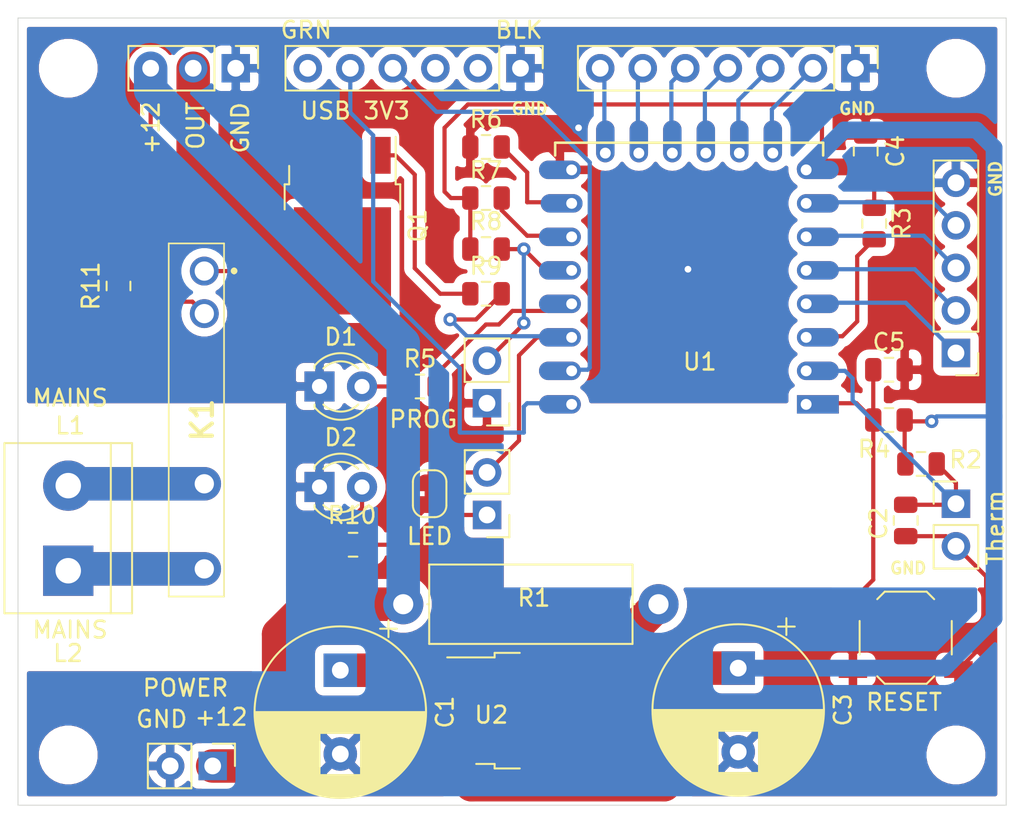
<source format=kicad_pcb>
(kicad_pcb (version 20171130) (host pcbnew 5.1.6-c6e7f7d~87~ubuntu18.04.1)
  (layers (0 F.Cu signal) (31 B.Cu signal) (34 B.Paste user) (35 F.Paste user) (36 B.SilkS user) (37 F.SilkS user) (38 B.Mask user) (39 F.Mask user) (44 Edge.Cuts user))
  (net 0 "")
  (net 1 GND)
  (net 2 "Net-(C1-Pad1)")
  (net 3 "Net-(C2-Pad1)")
  (net 4 +3V3)
  (net 5 "Net-(C5-Pad1)")
  (net 6 "Net-(D1-Pad2)")
  (net 7 "Net-(D2-Pad2)")
  (net 8 +12V)
  (net 9 "Net-(J3-Pad1)")
  (net 10 "Net-(J3-Pad2)")
  (net 11 "Net-(J3-Pad3)")
  (net 12 "Net-(J3-Pad4)")
  (net 13 "Net-(J4-Pad2)")
  (net 14 "Net-(J4-Pad3)")
  (net 15 "Net-(J4-Pad4)")
  (net 16 "Net-(J4-Pad5)")
  (net 17 "Net-(J4-Pad6)")
  (net 18 "Net-(J4-Pad7)")
  (net 19 "Net-(J5-Pad2)")
  (net 20 "Net-(J5-Pad3)")
  (net 21 "Net-(J5-Pad4)")
  (net 22 "Net-(J5-Pad5)")
  (net 23 "Net-(J5-Pad6)")
  (net 24 "Net-(J6-Pad2)")
  (net 25 "Net-(J8-Pad1)")
  (net 26 "Net-(J8-Pad2)")
  (net 27 "Net-(K1-Pad2)")
  (net 28 "Net-(R3-Pad2)")
  (net 29 "Net-(R5-Pad2)")
  (net 30 "Net-(R6-Pad2)")
  (net 31 "Net-(R7-Pad2)")
  (net 32 "Net-(Q1-Pad1)")
  (net 33 "Net-(J7-Pad2)")
  (net 34 "Net-(J9-Pad1)")
  (net 35 "Net-(J9-Pad2)")
  (module Capacitor_THT:CP_Radial_D10.0mm_P5.00mm (layer F.Cu) (at 39.243 170.942 270)
    (fp_text reference C1 (at 2.5 -6.25 90) (layer F.SilkS))
    (fp_text value 1000u)
    (pad 2 thru_hole circle (at 5 0 270) (size 2 2) (drill 1) (layers *.Cu *.Mask) (net 1 GND))
    (pad 1 thru_hole rect (at 0 0 270) (size 2 2) (drill 1) (layers *.Cu *.Mask) (net 2 "Net-(C1-Pad1)"))
  )
  (module Capacitor_SMD:C_0805_2012Metric (layer F.Cu) (at 73 162 270)
    (fp_text reference C2 (at 0.179 1.626 90) (layer F.SilkS))
    (fp_text value 1u)
    (pad 2 smd roundrect (at 0.9375 0 270) (size 0.975 1.4) (layers F.Cu F.Paste F.Mask) (net 1 GND))
    (pad 1 smd roundrect (at -0.9375 0 270) (size 0.975 1.4) (layers F.Cu F.Paste F.Mask) (net 3 "Net-(C2-Pad1)"))
  )
  (module Capacitor_THT:CP_Radial_D10.0mm_P5.00mm (layer F.Cu) (at 63 170.815 270)
    (fp_text reference C3 (at 2.5 -6.25 90) (layer F.SilkS))
    (fp_text value 1000u)
    (pad 1 thru_hole rect (at 0 0 270) (size 2 2) (drill 1) (layers *.Cu *.Mask) (net 4 +3V3))
    (pad 2 thru_hole circle (at 5 0 270) (size 2 2) (drill 1) (layers *.Cu *.Mask) (net 1 GND))
  )
  (module Capacitor_SMD:C_0805_2012Metric (layer F.Cu) (at 70.612 139.954 90)
    (fp_text reference C4 (at 0 1.778 90) (layer F.SilkS))
    (fp_text value 0.1u)
    (pad 1 smd roundrect (at -0.9375 0 90) (size 0.975 1.4) (layers F.Cu F.Paste F.Mask) (net 4 +3V3))
    (pad 2 smd roundrect (at 0.9375 0 90) (size 0.975 1.4) (layers F.Cu F.Paste F.Mask) (net 1 GND))
  )
  (module Capacitor_SMD:C_0805_2012Metric (layer F.Cu) (at 72 153)
    (fp_text reference C5 (at 0 -1.65) (layer F.SilkS))
    (fp_text value 0.1u)
    (pad 1 smd roundrect (at -0.9375 0) (size 0.975 1.4) (layers F.Cu F.Paste F.Mask) (net 5 "Net-(C5-Pad1)"))
    (pad 2 smd roundrect (at 0.9375 0) (size 0.975 1.4) (layers F.Cu F.Paste F.Mask) (net 1 GND))
  )
  (module LED_THT:LED_D3.0mm (layer F.Cu) (at 38 154)
    (fp_text reference D1 (at 1.27 -2.96) (layer F.SilkS))
    (fp_text value LED)
    (pad 2 thru_hole circle (at 2.54 0) (size 1.8 1.8) (drill 0.9) (layers *.Cu *.Mask) (net 6 "Net-(D1-Pad2)"))
    (pad 1 thru_hole rect (at 0 0) (size 1.8 1.8) (drill 0.9) (layers *.Cu *.Mask) (net 1 GND))
  )
  (module LED_THT:LED_D3.0mm (layer F.Cu) (at 38 160)
    (fp_text reference D2 (at 1.27 -2.96) (layer F.SilkS))
    (fp_text value LED)
    (pad 1 thru_hole rect (at 0 0) (size 1.8 1.8) (drill 0.9) (layers *.Cu *.Mask) (net 1 GND))
    (pad 2 thru_hole circle (at 2.54 0) (size 1.8 1.8) (drill 0.9) (layers *.Cu *.Mask) (net 7 "Net-(D2-Pad2)"))
  )
  (module Connector_PinHeader_2.54mm:PinHeader_1x02_P2.54mm_Vertical (layer F.Cu) (at 31.623 176.657 270)
    (fp_text reference J1 hide)
    (fp_text value PWR)
    (pad 2 thru_hole oval (at 0 2.54 270) (size 1.7 1.7) (drill 1) (layers *.Cu *.Mask) (net 1 GND))
    (pad 1 thru_hole rect (at 0 0 270) (size 1.7 1.7) (drill 1) (layers *.Cu *.Mask) (net 8 +12V))
  )
  (module Connector_PinHeader_2.54mm:PinHeader_1x02_P2.54mm_Vertical (layer F.Cu) (at 76 161)
    (fp_text reference J2 hide)
    (fp_text value thermistor)
    (pad 1 thru_hole rect (at 0 0) (size 1.7 1.7) (drill 1) (layers *.Cu *.Mask) (net 3 "Net-(C2-Pad1)"))
    (pad 2 thru_hole oval (at 0 2.54) (size 1.7 1.7) (drill 1) (layers *.Cu *.Mask) (net 1 GND))
  )
  (module Connector_PinHeader_2.54mm:PinHeader_1x05_P2.54mm_Vertical (layer F.Cu) (at 76 152 180)
    (fp_text reference J3 hide)
    (fp_text value Aux1)
    (pad 1 thru_hole rect (at 0 0 180) (size 1.7 1.7) (drill 1) (layers *.Cu *.Mask) (net 9 "Net-(J3-Pad1)"))
    (pad 2 thru_hole oval (at 0 2.54 180) (size 1.7 1.7) (drill 1) (layers *.Cu *.Mask) (net 10 "Net-(J3-Pad2)"))
    (pad 3 thru_hole oval (at 0 5.08 180) (size 1.7 1.7) (drill 1) (layers *.Cu *.Mask) (net 11 "Net-(J3-Pad3)"))
    (pad 4 thru_hole oval (at 0 7.62 180) (size 1.7 1.7) (drill 1) (layers *.Cu *.Mask) (net 12 "Net-(J3-Pad4)"))
    (pad 5 thru_hole oval (at 0 10.16 180) (size 1.7 1.7) (drill 1) (layers *.Cu *.Mask) (net 1 GND))
  )
  (module Connector_PinHeader_2.54mm:PinHeader_1x07_P2.54mm_Vertical (layer F.Cu) (at 70 135 270)
    (fp_text reference J4 hide)
    (fp_text value Aux2)
    (pad 1 thru_hole rect (at 0 0 270) (size 1.7 1.7) (drill 1) (layers *.Cu *.Mask) (net 1 GND))
    (pad 2 thru_hole oval (at 0 2.54 270) (size 1.7 1.7) (drill 1) (layers *.Cu *.Mask) (net 13 "Net-(J4-Pad2)"))
    (pad 3 thru_hole oval (at 0 5.08 270) (size 1.7 1.7) (drill 1) (layers *.Cu *.Mask) (net 14 "Net-(J4-Pad3)"))
    (pad 4 thru_hole oval (at 0 7.62 270) (size 1.7 1.7) (drill 1) (layers *.Cu *.Mask) (net 15 "Net-(J4-Pad4)"))
    (pad 5 thru_hole oval (at 0 10.16 270) (size 1.7 1.7) (drill 1) (layers *.Cu *.Mask) (net 16 "Net-(J4-Pad5)"))
    (pad 6 thru_hole oval (at 0 12.7 270) (size 1.7 1.7) (drill 1) (layers *.Cu *.Mask) (net 17 "Net-(J4-Pad6)"))
    (pad 7 thru_hole oval (at 0 15.24 270) (size 1.7 1.7) (drill 1) (layers *.Cu *.Mask) (net 18 "Net-(J4-Pad7)"))
  )
  (module Connector_PinHeader_2.54mm:PinHeader_1x06_P2.54mm_Vertical (layer F.Cu) (at 50 135 270)
    (fp_text reference J5 hide)
    (fp_text value USB-3V3)
    (pad 1 thru_hole rect (at 0 0 270) (size 1.7 1.7) (drill 1) (layers *.Cu *.Mask) (net 1 GND))
    (pad 2 thru_hole oval (at 0 2.54 270) (size 1.7 1.7) (drill 1) (layers *.Cu *.Mask) (net 19 "Net-(J5-Pad2)"))
    (pad 3 thru_hole oval (at 0 5.08 270) (size 1.7 1.7) (drill 1) (layers *.Cu *.Mask) (net 20 "Net-(J5-Pad3)"))
    (pad 4 thru_hole oval (at 0 7.62 270) (size 1.7 1.7) (drill 1) (layers *.Cu *.Mask) (net 21 "Net-(J5-Pad4)"))
    (pad 5 thru_hole oval (at 0 10.16 270) (size 1.7 1.7) (drill 1) (layers *.Cu *.Mask) (net 22 "Net-(J5-Pad5)"))
    (pad 6 thru_hole oval (at 0 12.7 270) (size 1.7 1.7) (drill 1) (layers *.Cu *.Mask) (net 23 "Net-(J5-Pad6)"))
  )
  (module Connector_PinHeader_2.54mm:PinHeader_1x02_P2.54mm_Vertical (layer F.Cu) (at 48 155 180)
    (fp_text reference J6 hide)
    (fp_text value PROG)
    (pad 1 thru_hole rect (at 0 0 180) (size 1.7 1.7) (drill 1) (layers *.Cu *.Mask) (net 1 GND))
    (pad 2 thru_hole oval (at 0 2.54 180) (size 1.7 1.7) (drill 1) (layers *.Cu *.Mask) (net 24 "Net-(J6-Pad2)"))
  )
  (module Connector_PinHeader_2.54mm:PinHeader_1x03_P2.54mm_Vertical (layer F.Cu) (at 33 135 270)
    (fp_text reference J7 hide)
    (fp_text value OUT)
    (pad 1 thru_hole rect (at 0 0 270) (size 1.7 1.7) (drill 1) (layers *.Cu *.Mask) (net 1 GND))
    (pad 2 thru_hole oval (at 0 2.54 270) (size 1.7 1.7) (drill 1) (layers *.Cu *.Mask) (net 33 "Net-(J7-Pad2)"))
    (pad 3 thru_hole oval (at 0 5.08 270) (size 1.7 1.7) (drill 1) (layers *.Cu *.Mask) (net 8 +12V))
  )
  (module TerminalBlock:TerminalBlock_bornier-2_P5.08mm (layer F.Cu) (at 23 165 90)
    (fp_text reference J8 hide)
    (fp_text value mains)
    (pad 1 thru_hole rect (at 0 0 90) (size 3 3) (drill 1.52) (layers *.Cu *.Mask) (net 25 "Net-(J8-Pad1)"))
    (pad 2 thru_hole circle (at 5.08 0 90) (size 3 3) (drill 1.52) (layers *.Cu *.Mask) (net 26 "Net-(J8-Pad2)"))
  )
  (module reprapltd-kicad:CPC1966Y (layer F.Cu) (at 31 156 270)
    (fp_text reference K1 (at 0 0 90) (layer F.SilkS) (effects (font (size 1.27 1.27) (thickness 0.254))))
    (fp_text value CPC1966Y hide)
    (pad 1 thru_hole circle (at -8.89 -0.123 270) (size 1.725 1.725) (drill 1.15) (layers *.Cu *.Mask) (net 33 "Net-(J7-Pad2)"))
    (pad 2 thru_hole circle (at -6.35 -0.123 270) (size 1.725 1.725) (drill 1.15) (layers *.Cu *.Mask) (net 27 "Net-(K1-Pad2)"))
    (pad 3 thru_hole circle (at 3.81 -0.123 270) (size 1.725 1.725) (drill 1.15) (layers *.Cu *.Mask) (net 26 "Net-(J8-Pad2)"))
    (pad 4 thru_hole circle (at 8.89 -0.123 270) (size 1.725 1.725) (drill 1.15) (layers *.Cu *.Mask) (net 25 "Net-(J8-Pad1)"))
  )
  (module Package_TO_SOT_SMD:TO-252-2 (layer F.Cu) (at 39.37 144.399 270)
    (fp_text reference Q1 (at 0 -4.5 90) (layer F.SilkS))
    (fp_text value FDD8870)
    (pad 2 smd rect (at 2.1 0 270) (size 6.4 5.8) (layers F.Cu F.Mask) (net 33 "Net-(J7-Pad2)"))
    (pad 3 smd rect (at -4.2 2.28 270) (size 2.2 1.2) (layers F.Cu F.Paste F.Mask) (net 1 GND))
    (pad 1 smd rect (at -4.2 -2.28 270) (size 2.2 1.2) (layers F.Cu F.Paste F.Mask) (net 32 "Net-(Q1-Pad1)"))
  )
  (module Resistor_THT:R_Axial_DIN0414_L11.9mm_D4.5mm_P15.24mm_Horizontal (layer F.Cu) (at 43 167)
    (fp_text reference R1 (at 7.8 -0.376) (layer F.SilkS))
    (fp_text value 6R8)
    (pad 1 thru_hole circle (at 0 0) (size 2.4 2.4) (drill 1.2) (layers *.Cu *.Mask) (net 8 +12V))
    (pad 2 thru_hole oval (at 15.24 0) (size 2.4 2.4) (drill 1.2) (layers *.Cu *.Mask) (net 2 "Net-(C1-Pad1)"))
  )
  (module Resistor_SMD:R_0805_2012Metric (layer F.Cu) (at 73.914 158.623)
    (fp_text reference R2 (at 2.667 -0.254) (layer F.SilkS))
    (fp_text value 10K)
    (pad 1 smd roundrect (at -0.9375 0) (size 0.975 1.4) (layers F.Cu F.Paste F.Mask) (net 4 +3V3))
    (pad 2 smd roundrect (at 0.9375 0) (size 0.975 1.4) (layers F.Cu F.Paste F.Mask) (net 3 "Net-(C2-Pad1)"))
  )
  (module Resistor_SMD:R_0805_2012Metric (layer F.Cu) (at 71.12 144.272 270)
    (fp_text reference R3 (at 0 -1.65 90) (layer F.SilkS))
    (fp_text value 10K)
    (pad 2 smd roundrect (at 0.9375 0 270) (size 0.975 1.4) (layers F.Cu F.Paste F.Mask) (net 28 "Net-(R3-Pad2)"))
    (pad 1 smd roundrect (at -0.9375 0 270) (size 0.975 1.4) (layers F.Cu F.Paste F.Mask) (net 4 +3V3))
  )
  (module Resistor_SMD:R_0805_2012Metric (layer F.Cu) (at 72 156 180)
    (fp_text reference R4 (at 0.88 -1.734) (layer F.SilkS))
    (fp_text value 10K)
    (pad 1 smd roundrect (at -0.9375 0 180) (size 0.975 1.4) (layers F.Cu F.Paste F.Mask) (net 4 +3V3))
    (pad 2 smd roundrect (at 0.9375 0 180) (size 0.975 1.4) (layers F.Cu F.Paste F.Mask) (net 5 "Net-(C5-Pad1)"))
  )
  (module Resistor_SMD:R_0805_2012Metric (layer F.Cu) (at 44 154)
    (fp_text reference R5 (at 0 -1.65) (layer F.SilkS))
    (fp_text value 180R)
    (pad 2 smd roundrect (at 0.9375 0) (size 0.975 1.4) (layers F.Cu F.Paste F.Mask) (net 29 "Net-(R5-Pad2)"))
    (pad 1 smd roundrect (at -0.9375 0) (size 0.975 1.4) (layers F.Cu F.Paste F.Mask) (net 6 "Net-(D1-Pad2)"))
  )
  (module Resistor_SMD:R_0805_2012Metric (layer F.Cu) (at 47.942 139.7)
    (fp_text reference R6 (at 0 -1.65) (layer F.SilkS))
    (fp_text value 10K)
    (pad 2 smd roundrect (at 0.9375 0) (size 0.975 1.4) (layers F.Cu F.Paste F.Mask) (net 30 "Net-(R6-Pad2)"))
    (pad 1 smd roundrect (at -0.9375 0) (size 0.975 1.4) (layers F.Cu F.Paste F.Mask) (net 1 GND))
  )
  (module Resistor_SMD:R_0805_2012Metric (layer F.Cu) (at 47.942 142.748)
    (fp_text reference R7 (at 0 -1.65) (layer F.SilkS))
    (fp_text value 10K)
    (pad 1 smd roundrect (at -0.9375 0) (size 0.975 1.4) (layers F.Cu F.Paste F.Mask) (net 4 +3V3))
    (pad 2 smd roundrect (at 0.9375 0) (size 0.975 1.4) (layers F.Cu F.Paste F.Mask) (net 31 "Net-(R7-Pad2)"))
  )
  (module Resistor_SMD:R_0805_2012Metric (layer F.Cu) (at 47.942 145.796)
    (fp_text reference R8 (at 0 -1.65) (layer F.SilkS))
    (fp_text value 10K)
    (pad 1 smd roundrect (at -0.9375 0) (size 0.975 1.4) (layers F.Cu F.Paste F.Mask) (net 4 +3V3))
    (pad 2 smd roundrect (at 0.9375 0) (size 0.975 1.4) (layers F.Cu F.Paste F.Mask) (net 24 "Net-(J6-Pad2)"))
  )
  (module Resistor_SMD:R_0805_2012Metric (layer F.Cu) (at 47.942 148.463)
    (fp_text reference R9 (at 0 -1.65) (layer F.SilkS))
    (fp_text value 10K)
    (pad 2 smd roundrect (at 0.9375 0) (size 0.975 1.4) (layers F.Cu F.Paste F.Mask) (net 35 "Net-(J9-Pad2)"))
    (pad 1 smd roundrect (at -0.9375 0) (size 0.975 1.4) (layers F.Cu F.Paste F.Mask) (net 32 "Net-(Q1-Pad1)"))
  )
  (module Resistor_SMD:R_0805_2012Metric (layer F.Cu) (at 40.005 163.449 180)
    (fp_text reference R10 (at 0.058 1.758) (layer F.SilkS))
    (fp_text value 180R)
    (pad 1 smd roundrect (at -0.9375 0 180) (size 0.975 1.4) (layers F.Cu F.Paste F.Mask) (net 34 "Net-(J9-Pad1)"))
    (pad 2 smd roundrect (at 0.9375 0 180) (size 0.975 1.4) (layers F.Cu F.Paste F.Mask) (net 7 "Net-(D2-Pad2)"))
  )
  (module Resistor_SMD:R_0805_2012Metric (layer F.Cu) (at 26 148 90)
    (fp_text reference R11 (at 0 -1.65 90) (layer F.SilkS))
    (fp_text value 1K)
    (pad 2 smd roundrect (at 0.9375 0 90) (size 0.975 1.4) (layers F.Cu F.Paste F.Mask) (net 8 +12V))
    (pad 1 smd roundrect (at -0.9375 0 90) (size 0.975 1.4) (layers F.Cu F.Paste F.Mask) (net 27 "Net-(K1-Pad2)"))
  )
  (module Button_Switch_SMD:SW_SPST_TL3342 (layer F.Cu) (at 73 169)
    (fp_text reference SW1 hide)
    (fp_text value reset)
    (pad 1 smd rect (at -3.15 -1.9) (size 1.7 1) (layers F.Cu F.Paste F.Mask) (net 5 "Net-(C5-Pad1)"))
    (pad 1 smd rect (at 3.15 -1.9) (size 1.7 1) (layers F.Cu F.Paste F.Mask) (net 5 "Net-(C5-Pad1)"))
    (pad 2 smd rect (at -3.15 1.9) (size 1.7 1) (layers F.Cu F.Paste F.Mask) (net 1 GND))
    (pad 2 smd rect (at 3.15 1.9) (size 1.7 1) (layers F.Cu F.Paste F.Mask) (net 1 GND))
  )
  (module MountingHole:MountingHole_2.5mm (layer F.Cu) (at 23 135)
    (fp_text reference H1 hide)
    (fp_text value MountingHole)
    (pad 1 np_thru_hole circle (at 0 0) (size 2.5 2.5) (drill 2.5) (layers *.Cu *.Mask))
  )
  (module MountingHole:MountingHole_2.5mm (layer F.Cu) (at 23 176)
    (fp_text reference H2 hide)
    (fp_text value MountingHole)
    (pad 1 np_thru_hole circle (at 0 0) (size 2.5 2.5) (drill 2.5) (layers *.Cu *.Mask))
  )
  (module MountingHole:MountingHole_2.5mm (layer F.Cu) (at 76 135)
    (fp_text reference H3 hide)
    (fp_text value MountingHole)
    (pad 1 np_thru_hole circle (at 0 0) (size 2.5 2.5) (drill 2.5) (layers *.Cu *.Mask))
  )
  (module MountingHole:MountingHole_2.5mm (layer F.Cu) (at 76 176)
    (fp_text reference H4 hide)
    (fp_text value MountingHole)
    (pad 1 np_thru_hole circle (at 0 0) (size 2.5 2.5) (drill 2.5) (layers *.Cu *.Mask))
  )
  (module Connector_PinHeader_2.54mm:PinHeader_1x02_P2.54mm_Vertical (layer F.Cu) (at 48.006 161.671 180)
    (fp_text reference J9 hide)
    (fp_text value led-select)
    (pad 1 thru_hole rect (at 0 0 180) (size 1.7 1.7) (drill 1) (layers *.Cu *.Mask) (net 34 "Net-(J9-Pad1)"))
    (pad 2 thru_hole oval (at 0 2.54 180) (size 1.7 1.7) (drill 1) (layers *.Cu *.Mask) (net 35 "Net-(J9-Pad2)"))
  )
  (module Package_TO_SOT_SMD:TO-252-2 (layer F.Cu) (at 50.927 173.355)
    (fp_text reference U2 (at -2.667 0.254) (layer F.SilkS))
    (fp_text value 78033)
    (pad 1 smd rect (at -4.2 -2.28) (size 2.2 1.2) (layers F.Cu F.Paste F.Mask) (net 2 "Net-(C1-Pad1)"))
    (pad 3 smd rect (at -4.2 2.28) (size 2.2 1.2) (layers F.Cu F.Paste F.Mask) (net 4 +3V3))
    (pad 2 smd rect (at 2.1 0) (size 6.4 5.8) (layers F.Cu F.Mask) (net 1 GND))
  )
  (module esp-8266:ESP-12E (layer F.Cu) (at 67.056 155.067 180)
    (fp_text reference U1 (at 6.35 2.54) (layer F.SilkS))
    (fp_text value ESP-12E)
    (pad 1 thru_hole rect (at 0 0 180) (size 2.5 1.1) (drill 0.65 (offset -0.7 0)) (layers *.Cu *.Mask) (net 5 "Net-(C5-Pad1)"))
    (pad 2 thru_hole oval (at 0 2 180) (size 2.5 1.1) (drill 0.65 (offset -0.7 0)) (layers *.Cu *.Mask) (net 3 "Net-(C2-Pad1)"))
    (pad 3 thru_hole oval (at 0 4 180) (size 2.5 1.1) (drill 0.65 (offset -0.7 0)) (layers *.Cu *.Mask) (net 28 "Net-(R3-Pad2)"))
    (pad 4 thru_hole oval (at 0 6 180) (size 2.5 1.1) (drill 0.65 (offset -0.7 0)) (layers *.Cu *.Mask) (net 9 "Net-(J3-Pad1)"))
    (pad 5 thru_hole oval (at 0 8 180) (size 2.5 1.1) (drill 0.65 (offset -0.7 0)) (layers *.Cu *.Mask) (net 10 "Net-(J3-Pad2)"))
    (pad 6 thru_hole oval (at 0 10 180) (size 2.5 1.1) (drill 0.65 (offset -0.7 0)) (layers *.Cu *.Mask) (net 11 "Net-(J3-Pad3)"))
    (pad 7 thru_hole oval (at 0 12 180) (size 2.5 1.1) (drill 0.65 (offset -0.7 0)) (layers *.Cu *.Mask) (net 12 "Net-(J3-Pad4)"))
    (pad 8 thru_hole oval (at 0 14 180) (size 2.5 1.1) (drill 0.65 (offset -0.7 0)) (layers *.Cu *.Mask) (net 4 +3V3))
    (pad 9 thru_hole oval (at 14 14 180) (size 2.5 1.1) (drill 0.65 (offset 0.7 0)) (layers *.Cu *.Mask) (net 1 GND))
    (pad 10 thru_hole oval (at 14 12 180) (size 2.5 1.1) (drill 0.65 (offset 0.6 0)) (layers *.Cu *.Mask) (net 30 "Net-(R6-Pad2)"))
    (pad 11 thru_hole oval (at 14 10 180) (size 2.5 1.1) (drill 0.65 (offset 0.7 0)) (layers *.Cu *.Mask) (net 31 "Net-(R7-Pad2)"))
    (pad 12 thru_hole oval (at 14 8 180) (size 2.5 1.1) (drill 0.65 (offset 0.7 0)) (layers *.Cu *.Mask) (net 24 "Net-(J6-Pad2)"))
    (pad 13 thru_hole oval (at 14 6 180) (size 2.5 1.1) (drill 0.65 (offset 0.7 0)) (layers *.Cu *.Mask) (net 29 "Net-(R5-Pad2)"))
    (pad 14 thru_hole oval (at 14 4 180) (size 2.5 1.1) (drill 0.65 (offset 0.7 0)) (layers *.Cu *.Mask) (net 35 "Net-(J9-Pad2)"))
    (pad 15 thru_hole oval (at 14 2 180) (size 2.5 1.1) (drill 0.65 (offset 0.7 0)) (layers *.Cu *.Mask) (net 21 "Net-(J5-Pad4)"))
    (pad 16 thru_hole oval (at 14 0 180) (size 2.5 1.1) (drill 0.65 (offset 0.7 0)) (layers *.Cu *.Mask) (net 22 "Net-(J5-Pad5)"))
    (pad 17 thru_hole oval (at 1.99 15 270) (size 2.5 1.1) (drill 0.65 (offset -0.7 0)) (layers *.Cu *.Mask) (net 13 "Net-(J4-Pad2)"))
    (pad 18 thru_hole oval (at 3.99 15 270) (size 2.5 1.1) (drill 0.65 (offset -0.7 0)) (layers *.Cu *.Mask) (net 14 "Net-(J4-Pad3)"))
    (pad 19 thru_hole oval (at 5.99 15 270) (size 2.5 1.1) (drill 0.65 (offset -0.7 0)) (layers *.Cu *.Mask) (net 15 "Net-(J4-Pad4)"))
    (pad 20 thru_hole oval (at 7.99 15 270) (size 2.5 1.1) (drill 0.65 (offset -0.7 0)) (layers *.Cu *.Mask) (net 16 "Net-(J4-Pad5)"))
    (pad 21 thru_hole oval (at 9.99 15 270) (size 2.5 1.1) (drill 0.65 (offset -0.7 0)) (layers *.Cu *.Mask) (net 17 "Net-(J4-Pad6)"))
    (pad 22 thru_hole oval (at 11.99 15 270) (size 2.5 1.1) (drill 0.65 (offset -0.7 0)) (layers *.Cu *.Mask) (net 18 "Net-(J4-Pad7)"))
  )
  (module Jumper:SolderJumper-2_P1.3mm_Bridged_RoundedPad1.0x1.5mm (layer F.Cu) (at 44.577 160.401 270)
    (fp_text reference JP1 hide)
    (fp_text value SolderJumper_2_Bridged)
    (fp_poly (pts (xy 0.25 -0.3) (xy -0.25 -0.3) (xy -0.25 0.3) (xy 0.25 0.3)) (layer F.Cu) (width 0))
    (pad 2 smd custom (at 0.65 0 270) (size 1 0.5) (layers F.Cu F.Mask) (net 34 "Net-(J9-Pad1)") (options (clearance outline) (anchor rect)) (primitives (gr_circle (center 0 0.25) (end 0.5 0.25) (width 0)) (gr_circle (center 0 -0.25) (end 0.5 -0.25) (width 0)) (gr_poly (pts (xy 0 -0.75) (xy -0.5 -0.75) (xy -0.5 0.75) (xy 0 0.75)) (width 0))))
    (pad 1 smd custom (at -0.65 0 270) (size 1 0.5) (layers F.Cu F.Mask) (net 35 "Net-(J9-Pad2)") (options (clearance outline) (anchor rect)) (primitives (gr_circle (center 0 0.25) (end 0.5 0.25) (width 0)) (gr_circle (center 0 -0.25) (end 0.5 -0.25) (width 0)) (gr_poly (pts (xy 0 -0.75) (xy 0.5 -0.75) (xy 0.5 0.75) (xy 0 0.75)) (width 0))))
  )
  (gr_text POWER (at 30 172) (layer F.SilkS) (effects (font (size 1 1))))
  (gr_text MAINS (at 23.114 168.529) (layer F.SilkS) (effects (font (size 1 1))))
  (gr_text L2 (at 22.987 169.926) (layer F.SilkS) (effects (font (size 1 1))))
  (gr_text L1 (at 23.114 156.337) (layer F.SilkS) (effects (font (size 1 1))))
  (gr_text GND (at 73.152 164.846) (layer F.SilkS) (effects (font (size 0.7 0.7))))
  (gr_text GND (at 50.546 137.414) (layer F.SilkS) (effects (font (size 0.7 0.7))))
  (gr_text GND (at 70.104 137.414) (layer F.SilkS) (effects (font (size 0.7 0.7))))
  (gr_text GND (at 78.359 141.605 90) (layer F.SilkS) (effects (font (size 0.7 0.7))))
  (gr_text RESET (at 72.898 172.847) (layer F.SilkS) (effects (font (size 1 1))))
  (gr_text GRN (at 37.211 132.715) (layer F.SilkS) (effects (font (size 1 1))))
  (gr_text BLK (at 49.911 132.715) (layer F.SilkS) (effects (font (size 1 1))))
  (gr_text Therm (at 78.359 162.433 90) (layer F.SilkS) (effects (font (size 1 1))))
  (gr_text LED (at 44.577 162.941) (layer F.SilkS) (effects (font (size 1 1))))
  (gr_text PROG (at 44.196 155.956) (layer F.SilkS) (effects (font (size 1 1))))
  (gr_text "USB 3V3" (at 40.132 137.541) (layer F.SilkS) (effects (font (size 1 1))))
  (gr_text GND (at 33.274 138.557 90) (layer F.SilkS) (effects (font (size 1 1))))
  (gr_text OUT (at 30.607 138.43 90) (layer F.SilkS) (effects (font (size 1 1))))
  (gr_text +12 (at 27.94 138.557 90) (layer F.SilkS) (effects (font (size 1 1))))
  (gr_text MAINS (at 23.114 154.686) (layer F.SilkS) (effects (font (size 1 1))))
  (gr_text GND (at 28.575 173.863) (layer F.SilkS) (effects (font (size 1 1))))
  (gr_text +12 (at 32.131 173.736) (layer F.SilkS) (effects (font (size 1 1))))
  (gr_line (start 20 179) (end 20 132) (layer Edge.Cuts) (width 0.05))
  (gr_line (start 79 179) (end 20 179) (layer Edge.Cuts) (width 0.05))
  (gr_line (start 79 132) (end 79 179) (layer Edge.Cuts) (width 0.05))
  (gr_line (start 20 132) (end 79 132) (layer Edge.Cuts) (width 0.05))
  (segment (start 75.3975 162.9375) (end 76 163.54) (width 0.25) (layer F.Cu) (net 1))
  (segment (start 73 162.9375) (end 75.3975 162.9375) (width 0.25) (layer F.Cu) (net 1))
  (segment (start 76 163.54) (end 77.8 165.34) (width 0.25) (layer F.Cu) (net 1))
  (segment (start 77.8 169.25) (end 76.15 170.9) (width 0.25) (layer F.Cu) (net 1))
  (segment (start 77.8 165.34) (end 77.8 169.25) (width 0.25) (layer F.Cu) (net 1))
  (via (at 60 147) (size 0.8) (drill 0.4) (layers F.Cu B.Cu) (net 1))
  (via (at 53.467 138.557) (size 0.8) (drill 0.4) (layers F.Cu B.Cu) (net 1))
  (segment (start 76 141.84) (end 74.314 141.84) (width 0.25) (layer F.Cu) (net 1))
  (segment (start 72.9375 143.2165) (end 72.9375 153) (width 0.25) (layer F.Cu) (net 1))
  (segment (start 74.314 141.84) (end 72.9375 143.2165) (width 0.25) (layer F.Cu) (net 1))
  (segment (start 52.862 141) (end 53 141) (width 0.25) (layer F.Cu) (net 1))
  (segment (start 49.784 137.922) (end 52.862 141) (width 0.25) (layer F.Cu) (net 1))
  (segment (start 48.006 137.922) (end 49.784 137.922) (width 0.25) (layer F.Cu) (net 1))
  (segment (start 47.0045 138.9235) (end 48.006 137.922) (width 0.25) (layer F.Cu) (net 1))
  (segment (start 47.0045 139.7) (end 47.0045 138.9235) (width 0.25) (layer F.Cu) (net 1))
  (segment (start 46.727 171.075) (end 46.727 170.189) (width 2) (layer F.Cu) (net 2))
  (segment (start 46.727 170.189) (end 48.26 168.656) (width 2) (layer F.Cu) (net 2))
  (segment (start 56.584 168.656) (end 58.24 167) (width 2) (layer F.Cu) (net 2))
  (segment (start 48.26 168.656) (end 56.584 168.656) (width 2) (layer F.Cu) (net 2))
  (segment (start 46.594 170.942) (end 46.727 171.075) (width 2) (layer F.Cu) (net 2))
  (segment (start 39.243 170.942) (end 46.594 170.942) (width 2) (layer F.Cu) (net 2))
  (segment (start 75.9375 161.0625) (end 76 161) (width 0.25) (layer F.Cu) (net 3))
  (segment (start 73 161.0625) (end 75.9375 161.0625) (width 0.25) (layer F.Cu) (net 3))
  (segment (start 76 159.7715) (end 74.8515 158.623) (width 0.25) (layer F.Cu) (net 3))
  (segment (start 76 161) (end 76 159.7715) (width 0.25) (layer F.Cu) (net 3))
  (segment (start 67.056 153.067) (end 69.374 153.067) (width 0.25) (layer B.Cu) (net 3))
  (segment (start 69.8315 153.5245) (end 69.8315 154.8315) (width 0.25) (layer B.Cu) (net 3))
  (segment (start 69.374 153.067) (end 69.8315 153.5245) (width 0.25) (layer B.Cu) (net 3))
  (segment (start 69.8315 154.8315) (end 76 161) (width 0.25) (layer B.Cu) (net 3))
  (segment (start 47.0045 142.748) (end 47.0045 145.796) (width 0.25) (layer F.Cu) (net 4))
  (segment (start 78.27499 139.74299) (end 77.216 138.684) (width 1) (layer B.Cu) (net 4))
  (segment (start 69.316 138.684) (end 67 141) (width 1) (layer B.Cu) (net 4))
  (segment (start 77.216 138.684) (end 69.316 138.684) (width 1) (layer B.Cu) (net 4))
  (segment (start 67.1085 140.8915) (end 67 141) (width 1) (layer F.Cu) (net 4))
  (segment (start 70.612 140.8915) (end 67.1085 140.8915) (width 1) (layer F.Cu) (net 4))
  (segment (start 70.612 140.8915) (end 70.6605 140.8915) (width 0.25) (layer F.Cu) (net 4))
  (segment (start 71.12 141.351) (end 71.12 143.3345) (width 0.25) (layer F.Cu) (net 4))
  (segment (start 70.6605 140.8915) (end 71.12 141.351) (width 0.25) (layer F.Cu) (net 4))
  (segment (start 72.9375 158.584) (end 72.9765 158.623) (width 0.25) (layer F.Cu) (net 4))
  (segment (start 72.9375 156) (end 72.9375 158.584) (width 0.25) (layer F.Cu) (net 4))
  (segment (start 78.27499 155.78601) (end 74.84599 155.78601) (width 0.25) (layer B.Cu) (net 4))
  (segment (start 78.27499 167.85101) (end 78.27499 155.78601) (width 1) (layer B.Cu) (net 4))
  (segment (start 78.27499 155.78601) (end 78.27499 139.74299) (width 1) (layer B.Cu) (net 4))
  (segment (start 74.84599 155.78601) (end 74.549 156.083) (width 0.25) (layer B.Cu) (net 4))
  (segment (start 74.549 156.083) (end 74.549 156.083) (width 0.25) (layer B.Cu) (net 4))
  (via (at 74.549 156.083) (size 0.8) (drill 0.4) (layers F.Cu B.Cu) (net 4))
  (segment (start 73.0205 156.083) (end 72.9375 156) (width 0.25) (layer F.Cu) (net 4))
  (segment (start 74.549 156.083) (end 73.0205 156.083) (width 0.25) (layer F.Cu) (net 4))
  (segment (start 47.07399 177.77499) (end 46.727 177.428) (width 2) (layer F.Cu) (net 4))
  (segment (start 58.928 177.419) (end 58.57201 177.77499) (width 2) (layer F.Cu) (net 4))
  (segment (start 46.727 177.428) (end 46.727 175.635) (width 2) (layer F.Cu) (net 4))
  (segment (start 58.928 172.466) (end 58.928 177.419) (width 2) (layer F.Cu) (net 4))
  (segment (start 60.579 170.815) (end 58.928 172.466) (width 2) (layer F.Cu) (net 4))
  (segment (start 58.57201 177.77499) (end 47.07399 177.77499) (width 2) (layer F.Cu) (net 4))
  (segment (start 63 170.815) (end 60.579 170.815) (width 2) (layer F.Cu) (net 4))
  (segment (start 75.311 170.815) (end 75.692 170.434) (width 1) (layer B.Cu) (net 4))
  (segment (start 63 170.815) (end 75.311 170.815) (width 1) (layer B.Cu) (net 4))
  (segment (start 75.692 170.434) (end 78.27499 167.85101) (width 1) (layer B.Cu) (net 4))
  (segment (start 68 140) (end 67 141) (width 0.25) (layer F.Cu) (net 4))
  (segment (start 68 137.8) (end 68 140) (width 0.25) (layer F.Cu) (net 4))
  (segment (start 46.863 137.16) (end 67.36 137.16) (width 0.25) (layer F.Cu) (net 4))
  (segment (start 67.36 137.16) (end 68 137.8) (width 0.25) (layer F.Cu) (net 4))
  (segment (start 45.466 142.367) (end 45.466 138.557) (width 0.25) (layer F.Cu) (net 4))
  (segment (start 45.466 138.557) (end 46.863 137.16) (width 0.25) (layer F.Cu) (net 4))
  (segment (start 45.847 142.748) (end 45.466 142.367) (width 0.25) (layer F.Cu) (net 4))
  (segment (start 47.0045 142.748) (end 45.847 142.748) (width 0.25) (layer F.Cu) (net 4))
  (segment (start 69.85 167.1) (end 76.15 167.1) (width 0.25) (layer F.Cu) (net 5))
  (segment (start 70.0625 155) (end 71.0625 156) (width 0.25) (layer F.Cu) (net 5))
  (segment (start 67 155) (end 70.0625 155) (width 0.25) (layer F.Cu) (net 5))
  (segment (start 71.0625 156) (end 71.0625 153) (width 0.25) (layer F.Cu) (net 5))
  (segment (start 69.85 167.1) (end 69.85 166.751) (width 0.25) (layer F.Cu) (net 5))
  (segment (start 71.0625 165.5385) (end 71.0625 156) (width 0.25) (layer F.Cu) (net 5))
  (segment (start 69.85 166.751) (end 71.0625 165.5385) (width 0.25) (layer F.Cu) (net 5))
  (segment (start 40.54 154) (end 43.0625 154) (width 0.25) (layer F.Cu) (net 6))
  (segment (start 40.54 160) (end 40.54 161.263) (width 0.25) (layer F.Cu) (net 7))
  (segment (start 40.54 161.263) (end 39.624 162.179) (width 0.25) (layer F.Cu) (net 7))
  (segment (start 39.624 162.179) (end 39.243 162.179) (width 0.25) (layer F.Cu) (net 7))
  (segment (start 39.0675 162.3545) (end 39.0675 163.449) (width 0.25) (layer F.Cu) (net 7))
  (segment (start 39.243 162.179) (end 39.0675 162.3545) (width 0.25) (layer F.Cu) (net 7))
  (segment (start 43 167) (end 43 151.4) (width 2) (layer B.Cu) (net 8))
  (segment (start 27.92 136.32) (end 27.92 135) (width 2) (layer B.Cu) (net 8))
  (segment (start 43 151.4) (end 27.92 136.32) (width 2) (layer B.Cu) (net 8))
  (segment (start 27.92 135) (end 27.92 138.48) (width 0.25) (layer F.Cu) (net 8))
  (segment (start 26 140.4) (end 26 147.0625) (width 0.25) (layer F.Cu) (net 8))
  (segment (start 27.92 138.48) (end 26 140.4) (width 0.25) (layer F.Cu) (net 8))
  (segment (start 37.343 167) (end 43 167) (width 2) (layer F.Cu) (net 8))
  (segment (start 35.56 168.783) (end 37.343 167) (width 2) (layer F.Cu) (net 8))
  (segment (start 35.56 174.752) (end 35.56 168.783) (width 2) (layer F.Cu) (net 8))
  (segment (start 33.655 176.657) (end 35.56 174.752) (width 2) (layer F.Cu) (net 8))
  (segment (start 31.623 176.657) (end 33.655 176.657) (width 2) (layer F.Cu) (net 8))
  (segment (start 73 149) (end 76 152) (width 0.25) (layer B.Cu) (net 9))
  (segment (start 67 149) (end 73 149) (width 0.25) (layer B.Cu) (net 9))
  (segment (start 73.54 147) (end 76 149.46) (width 0.25) (layer B.Cu) (net 10))
  (segment (start 67 147) (end 73.54 147) (width 0.25) (layer B.Cu) (net 10))
  (segment (start 74.08 145) (end 76 146.92) (width 0.25) (layer B.Cu) (net 11))
  (segment (start 67 145) (end 74.08 145) (width 0.25) (layer B.Cu) (net 11))
  (segment (start 74.62 143) (end 76 144.38) (width 0.25) (layer B.Cu) (net 12))
  (segment (start 67 143) (end 74.62 143) (width 0.25) (layer B.Cu) (net 12))
  (segment (start 65.01 137.45) (end 67.46 135) (width 0.25) (layer B.Cu) (net 13))
  (segment (start 65.01 140) (end 65.01 137.45) (width 0.25) (layer B.Cu) (net 13))
  (segment (start 63.01 136.91) (end 64.92 135) (width 0.25) (layer B.Cu) (net 14))
  (segment (start 63.01 140) (end 63.01 136.91) (width 0.25) (layer B.Cu) (net 14))
  (segment (start 61.01 136.37) (end 62.38 135) (width 0.25) (layer B.Cu) (net 15))
  (segment (start 61.01 140) (end 61.01 136.37) (width 0.25) (layer B.Cu) (net 15))
  (segment (start 59.01 135.83) (end 59.84 135) (width 0.25) (layer B.Cu) (net 16))
  (segment (start 59.01 140) (end 59.01 135.83) (width 0.25) (layer B.Cu) (net 16))
  (segment (start 57.01 135.29) (end 57.3 135) (width 0.25) (layer B.Cu) (net 17))
  (segment (start 57.01 140) (end 57.01 135.29) (width 0.25) (layer B.Cu) (net 17))
  (segment (start 55.01 135.25) (end 54.76 135) (width 0.25) (layer B.Cu) (net 18))
  (segment (start 55.01 140) (end 55.01 135.25) (width 0.25) (layer B.Cu) (net 18))
  (segment (start 44.98 137.6) (end 42.38 135) (width 0.25) (layer B.Cu) (net 21))
  (segment (start 51.113 137.6) (end 44.98 137.6) (width 0.25) (layer B.Cu) (net 21))
  (segment (start 54.13499 140.62199) (end 51.113 137.6) (width 0.25) (layer B.Cu) (net 21))
  (segment (start 54.13499 152.87501) (end 54.13499 140.62199) (width 0.25) (layer B.Cu) (net 21))
  (segment (start 54.01 153) (end 54.13499 152.87501) (width 0.25) (layer B.Cu) (net 21))
  (segment (start 53 153) (end 54.01 153) (width 0.25) (layer B.Cu) (net 21))
  (segment (start 50.4 155) (end 53 155) (width 0.25) (layer B.Cu) (net 22))
  (segment (start 50.2 155.2) (end 50.4 155) (width 0.25) (layer B.Cu) (net 22))
  (segment (start 41.204999 147.731153) (end 46.374989 152.901143) (width 0.25) (layer B.Cu) (net 22))
  (segment (start 41.204999 139.004999) (end 41.204999 147.731153) (width 0.25) (layer B.Cu) (net 22))
  (segment (start 39.84 137.64) (end 41.204999 139.004999) (width 0.25) (layer B.Cu) (net 22))
  (segment (start 39.84 135) (end 39.84 137.64) (width 0.25) (layer B.Cu) (net 22))
  (segment (start 50.2 156.753) (end 46.39 156.753) (width 0.25) (layer B.Cu) (net 22))
  (segment (start 46.39 156.753) (end 46.374989 156.737989) (width 0.25) (layer B.Cu) (net 22))
  (segment (start 46.374989 152.901143) (end 46.374989 156.737989) (width 0.25) (layer B.Cu) (net 22))
  (segment (start 50.2 156.753) (end 50.2 155.2) (width 0.25) (layer B.Cu) (net 22))
  (via (at 50.2 150.2) (size 0.8) (drill 0.4) (layers F.Cu B.Cu) (net 24))
  (via (at 50.2 145.8) (size 0.8) (drill 0.4) (layers F.Cu B.Cu) (net 24))
  (segment (start 48 152.46) (end 48.33501 152.12499) (width 0.25) (layer F.Cu) (net 24))
  (segment (start 50.2 150.26) (end 50.2 150.2) (width 0.25) (layer F.Cu) (net 24))
  (segment (start 48 152.46) (end 50.2 150.26) (width 0.25) (layer F.Cu) (net 24))
  (segment (start 50.2 145.8) (end 50.2 150.2) (width 0.25) (layer B.Cu) (net 24))
  (segment (start 51.4 147) (end 53 147) (width 0.25) (layer F.Cu) (net 24))
  (segment (start 50.2 145.8) (end 51.4 147) (width 0.25) (layer F.Cu) (net 24))
  (segment (start 48.8835 145.8) (end 48.8795 145.796) (width 0.25) (layer F.Cu) (net 24))
  (segment (start 50.2 145.8) (end 48.8835 145.8) (width 0.25) (layer F.Cu) (net 24))
  (segment (start 23.11 164.89) (end 23 165) (width 2) (layer B.Cu) (net 25))
  (segment (start 31.123 164.89) (end 23.11 164.89) (width 2) (layer B.Cu) (net 25))
  (segment (start 23.083 164.89) (end 23 164.973) (width 2) (layer F.Cu) (net 25))
  (segment (start 31.123 164.89) (end 23.083 164.89) (width 2) (layer F.Cu) (net 25))
  (segment (start 23.11 159.81) (end 23 159.92) (width 2) (layer B.Cu) (net 26))
  (segment (start 31.123 159.81) (end 23.11 159.81) (width 2) (layer B.Cu) (net 26))
  (segment (start 23.07 159.81) (end 22.987 159.893) (width 2) (layer F.Cu) (net 26))
  (segment (start 31.123 159.81) (end 23.07 159.81) (width 2) (layer F.Cu) (net 26))
  (segment (start 30.4105 148.9375) (end 31.123 149.65) (width 0.25) (layer F.Cu) (net 27))
  (segment (start 26 148.9375) (end 30.4105 148.9375) (width 0.25) (layer F.Cu) (net 27))
  (segment (start 67 151) (end 69.218 151) (width 0.25) (layer F.Cu) (net 28))
  (segment (start 69.218 151) (end 70.104 150.114) (width 0.25) (layer F.Cu) (net 28))
  (segment (start 70.104 146.2255) (end 71.12 145.2095) (width 0.25) (layer F.Cu) (net 28))
  (segment (start 70.104 150.114) (end 70.104 146.2255) (width 0.25) (layer F.Cu) (net 28))
  (segment (start 47.93775 150.29975) (end 44.9375 153.3) (width 0.25) (layer F.Cu) (net 29))
  (segment (start 48.70925 150.29975) (end 47.93775 150.29975) (width 0.25) (layer F.Cu) (net 29))
  (segment (start 44.9375 153.3) (end 44.9375 154) (width 0.25) (layer F.Cu) (net 29))
  (segment (start 49.52099 149.48801) (end 48.70925 150.29975) (width 0.25) (layer F.Cu) (net 29))
  (segment (start 52.51199 149.48801) (end 49.52099 149.48801) (width 0.25) (layer F.Cu) (net 29))
  (segment (start 53 149) (end 52.51199 149.48801) (width 0.25) (layer F.Cu) (net 29))
  (segment (start 53 143) (end 50.4 143) (width 0.25) (layer F.Cu) (net 30))
  (segment (start 50.4 141.2205) (end 48.8795 139.7) (width 0.25) (layer F.Cu) (net 30))
  (segment (start 50.4 143) (end 50.4 141.2205) (width 0.25) (layer F.Cu) (net 30))
  (segment (start 48.8795 142.748) (end 48.8795 143.4795) (width 0.25) (layer F.Cu) (net 31))
  (segment (start 50.4 145) (end 53 145) (width 0.25) (layer F.Cu) (net 31))
  (segment (start 48.8795 143.4795) (end 50.4 145) (width 0.25) (layer F.Cu) (net 31))
  (segment (start 47.0045 148.463) (end 45.212 148.463) (width 0.25) (layer F.Cu) (net 32))
  (segment (start 45.212 148.463) (end 43.688 146.939) (width 0.25) (layer F.Cu) (net 32))
  (segment (start 43.688 146.939) (end 43.688 141.351) (width 0.25) (layer F.Cu) (net 32))
  (segment (start 42.536 140.199) (end 41.65 140.199) (width 0.25) (layer F.Cu) (net 32))
  (segment (start 43.688 141.351) (end 42.536 140.199) (width 0.25) (layer F.Cu) (net 32))
  (segment (start 38.759 147.11) (end 39.37 146.499) (width 0.25) (layer F.Cu) (net 33))
  (segment (start 31.123 147.11) (end 38.759 147.11) (width 0.25) (layer F.Cu) (net 33))
  (segment (start 30.46 135) (end 30.46 140.061) (width 2) (layer F.Cu) (net 33))
  (segment (start 36.898 146.499) (end 39.37 146.499) (width 2) (layer F.Cu) (net 33))
  (segment (start 30.46 140.061) (end 36.898 146.499) (width 2) (layer F.Cu) (net 33))
  (segment (start 44.577 161.051) (end 44.577 161.29) (width 0.25) (layer F.Cu) (net 34))
  (segment (start 44.958 161.671) (end 48.006 161.671) (width 0.25) (layer F.Cu) (net 34))
  (segment (start 44.577 161.29) (end 44.958 161.671) (width 0.25) (layer F.Cu) (net 34))
  (segment (start 42.179 163.449) (end 44.577 161.051) (width 0.25) (layer F.Cu) (net 34))
  (segment (start 40.9425 163.449) (end 42.179 163.449) (width 0.25) (layer F.Cu) (net 34))
  (segment (start 53 151) (end 47.720998 151) (width 0.25) (layer B.Cu) (net 35))
  (segment (start 47.720998 151) (end 46.8 151) (width 0.25) (layer B.Cu) (net 35))
  (segment (start 46.8 151) (end 45.8 150) (width 0.25) (layer B.Cu) (net 35))
  (segment (start 45.8 150) (end 45.8 150) (width 0.25) (layer B.Cu) (net 35))
  (via (at 45.8 150) (size 0.8) (drill 0.4) (layers F.Cu B.Cu) (net 35))
  (segment (start 47.3425 150) (end 45.8 150) (width 0.25) (layer F.Cu) (net 35))
  (segment (start 48.8795 148.463) (end 47.3425 150) (width 0.25) (layer F.Cu) (net 35))
  (segment (start 53.056 151.067) (end 50.99 151.067) (width 0.25) (layer F.Cu) (net 35))
  (segment (start 50.99 151.067) (end 49.911 152.146) (width 0.25) (layer F.Cu) (net 35))
  (segment (start 49.911 157.226) (end 48.006 159.131) (width 0.25) (layer F.Cu) (net 35))
  (segment (start 49.911 152.146) (end 49.911 157.226) (width 0.25) (layer F.Cu) (net 35))
  (segment (start 44.577 159.751) (end 44.577 159.131) (width 0.25) (layer F.Cu) (net 35))
  (segment (start 44.577 159.131) (end 48.006 159.131) (width 0.25) (layer F.Cu) (net 35))
  (zone (net 1) (net_name GND) (layer F.Cu) (connect_pads (clearance 0.508)) (min_thickness 0.254) (fill yes (arc_segments 32) (thermal_gap 0.508) (thermal_bridge_width 0.508))
    (polygon (pts (xy 80 155) (xy 49 155) (xy 49 166) (xy 80 166) (xy 80 180) (xy 19 180) (xy 19 171) (xy 36 171) (xy 36 155) (xy 19 155) (xy 19 131) (xy 80 131)))
  )
  (zone (net 1) (net_name GND) (layer B.Cu) (connect_pads (clearance 0.508)) (min_thickness 0.254) (fill yes (arc_segments 32) (thermal_gap 0.508) (thermal_bridge_width 0.508))
    (polygon (pts (xy 80 155) (xy 49 155) (xy 49 166) (xy 80 166) (xy 80 180) (xy 19 180) (xy 19 171) (xy 36 171) (xy 36 155) (xy 19 155) (xy 19 131) (xy 80 131)))
  )
)
</source>
